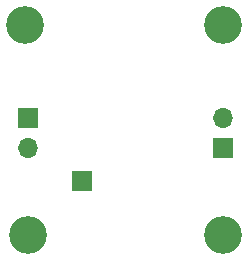
<source format=gbr>
G04 #@! TF.FileFunction,Soldermask,Bot*
%FSLAX46Y46*%
G04 Gerber Fmt 4.6, Leading zero omitted, Abs format (unit mm)*
G04 Created by KiCad (PCBNEW 4.0.2-4+6225~38~ubuntu14.04.1-stable) date Thu 30 Mar 2017 05:43:38 PM CEST*
%MOMM*%
G01*
G04 APERTURE LIST*
%ADD10C,0.100000*%
%ADD11C,3.200000*%
%ADD12R,1.700000X1.700000*%
%ADD13O,1.700000X1.700000*%
G04 APERTURE END LIST*
D10*
D11*
X187706000Y-65532000D03*
X170942000Y-47752000D03*
X171196000Y-65532000D03*
D12*
X171196000Y-55626000D03*
D13*
X171196000Y-58166000D03*
D12*
X187706000Y-58166000D03*
D13*
X187706000Y-55626000D03*
D12*
X175768000Y-60960000D03*
D11*
X187706000Y-47752000D03*
M02*

</source>
